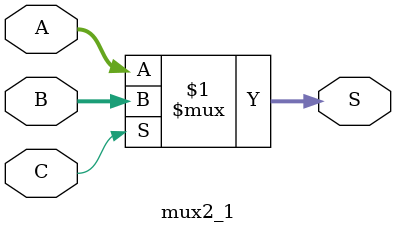
<source format=v>
module mux2_1(A, B, C, S);
parameter N=32;
// N: 1, 2, 5, 9, 32
input wire [N-1:0] A, B;
input wire C;
output wire [N-1:0] S;
assign S = C ? B : A;
endmodule

//mux2_1 #(.N(32)) mux2(a, b, c, s);
</source>
